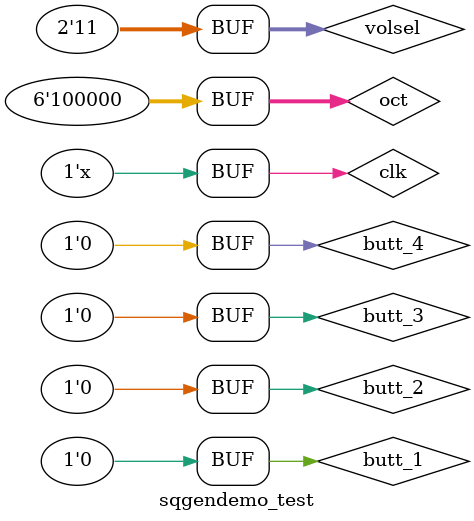
<source format=v>
`timescale 1ns / 1ps
module sqgendemo_test(
    );

reg clk;
reg butt_1, butt_2, butt_3, butt_4;
reg [5:0] oct;
reg [1:0] volsel;
wire [7:0] audio_out;
//reg wavesel;


sqgendemo sqd (clk, butt_1, butt_2, butt_3, butt_4, oct, volsel, audio_out
    );

initial begin
#1 butt_2 = 0;
#1 butt_3 = 0;
#1 butt_4 = 0;
#1 clk = 0;
#1 volsel = 2'b11;
#1 oct = 6'b000000;
#1000000 butt_1 = 1;


#5000000 oct = 6'b100000;


//#1 wavesel = 0;
//#5000000 butt_3 = 1;
#10000000 butt_1 = 0;

//#1		 butt_2 = 1;
//#10000000 butt_2 = 0;

end



always
begin
#1 clk = ~clk;
end

endmodule

</source>
